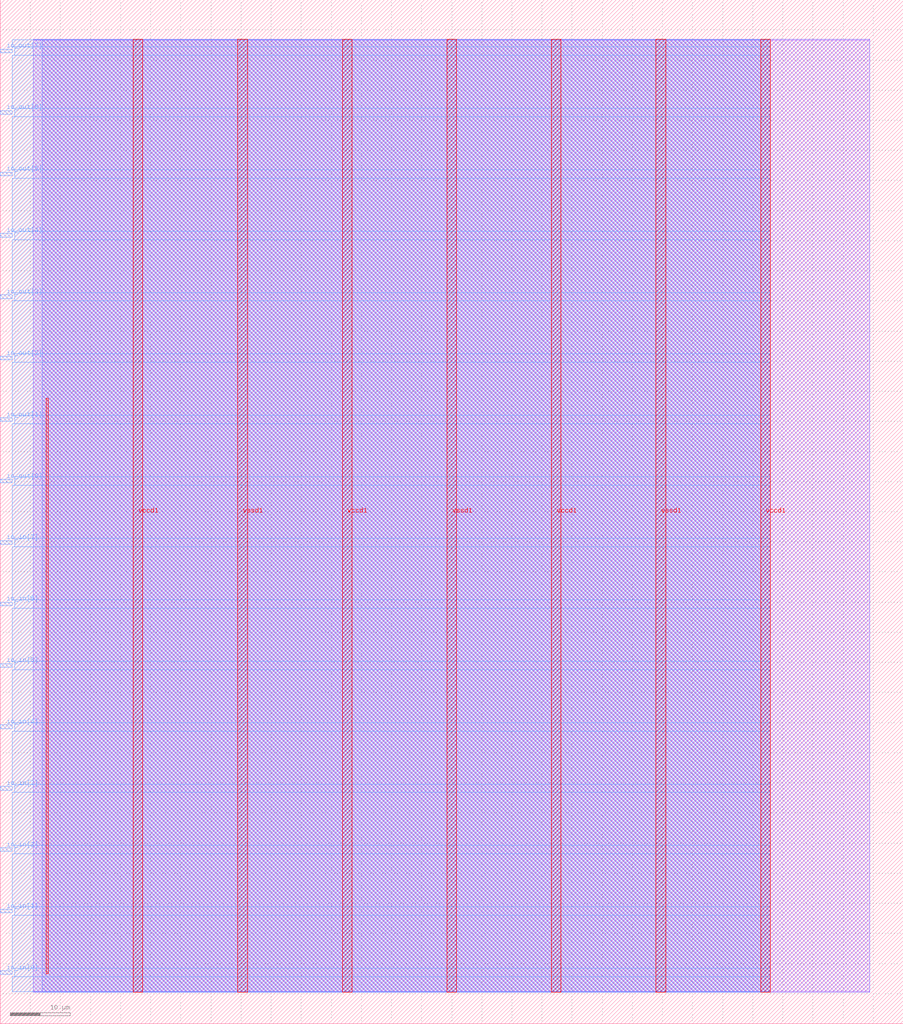
<source format=lef>
VERSION 5.7 ;
  NOWIREEXTENSIONATPIN ON ;
  DIVIDERCHAR "/" ;
  BUSBITCHARS "[]" ;
MACRO user_module_349047610915422802
  CLASS BLOCK ;
  FOREIGN user_module_349047610915422802 ;
  ORIGIN 0.000 0.000 ;
  SIZE 150.000 BY 170.000 ;
  PIN io_in[0]
    DIRECTION INPUT ;
    USE SIGNAL ;
    PORT
      LAYER met3 ;
        RECT 0.000 8.200 2.000 8.800 ;
    END
  END io_in[0]
  PIN io_in[1]
    DIRECTION INPUT ;
    USE SIGNAL ;
    PORT
      LAYER met3 ;
        RECT 0.000 18.400 2.000 19.000 ;
    END
  END io_in[1]
  PIN io_in[2]
    DIRECTION INPUT ;
    USE SIGNAL ;
    PORT
      LAYER met3 ;
        RECT 0.000 28.600 2.000 29.200 ;
    END
  END io_in[2]
  PIN io_in[3]
    DIRECTION INPUT ;
    USE SIGNAL ;
    PORT
      LAYER met3 ;
        RECT 0.000 38.800 2.000 39.400 ;
    END
  END io_in[3]
  PIN io_in[4]
    DIRECTION INPUT ;
    USE SIGNAL ;
    PORT
      LAYER met3 ;
        RECT 0.000 49.000 2.000 49.600 ;
    END
  END io_in[4]
  PIN io_in[5]
    DIRECTION INPUT ;
    USE SIGNAL ;
    PORT
      LAYER met3 ;
        RECT 0.000 59.200 2.000 59.800 ;
    END
  END io_in[5]
  PIN io_in[6]
    DIRECTION INPUT ;
    USE SIGNAL ;
    PORT
      LAYER met3 ;
        RECT 0.000 69.400 2.000 70.000 ;
    END
  END io_in[6]
  PIN io_in[7]
    DIRECTION INPUT ;
    USE SIGNAL ;
    PORT
      LAYER met3 ;
        RECT 0.000 79.600 2.000 80.200 ;
    END
  END io_in[7]
  PIN io_out[0]
    DIRECTION OUTPUT TRISTATE ;
    USE SIGNAL ;
    PORT
      LAYER met3 ;
        RECT 0.000 89.800 2.000 90.400 ;
    END
  END io_out[0]
  PIN io_out[1]
    DIRECTION OUTPUT TRISTATE ;
    USE SIGNAL ;
    PORT
      LAYER met3 ;
        RECT 0.000 100.000 2.000 100.600 ;
    END
  END io_out[1]
  PIN io_out[2]
    DIRECTION OUTPUT TRISTATE ;
    USE SIGNAL ;
    PORT
      LAYER met3 ;
        RECT 0.000 110.200 2.000 110.800 ;
    END
  END io_out[2]
  PIN io_out[3]
    DIRECTION OUTPUT TRISTATE ;
    USE SIGNAL ;
    PORT
      LAYER met3 ;
        RECT 0.000 120.400 2.000 121.000 ;
    END
  END io_out[3]
  PIN io_out[4]
    DIRECTION OUTPUT TRISTATE ;
    USE SIGNAL ;
    PORT
      LAYER met3 ;
        RECT 0.000 130.600 2.000 131.200 ;
    END
  END io_out[4]
  PIN io_out[5]
    DIRECTION OUTPUT TRISTATE ;
    USE SIGNAL ;
    PORT
      LAYER met3 ;
        RECT 0.000 140.800 2.000 141.400 ;
    END
  END io_out[5]
  PIN io_out[6]
    DIRECTION OUTPUT TRISTATE ;
    USE SIGNAL ;
    PORT
      LAYER met3 ;
        RECT 0.000 151.000 2.000 151.600 ;
    END
  END io_out[6]
  PIN io_out[7]
    DIRECTION OUTPUT TRISTATE ;
    USE SIGNAL ;
    PORT
      LAYER met3 ;
        RECT 0.000 161.200 2.000 161.800 ;
    END
  END io_out[7]
  PIN vccd1
    DIRECTION INOUT ;
    USE POWER ;
    PORT
      LAYER met4 ;
        RECT 22.090 5.200 23.690 163.440 ;
    END
    PORT
      LAYER met4 ;
        RECT 56.830 5.200 58.430 163.440 ;
    END
    PORT
      LAYER met4 ;
        RECT 91.570 5.200 93.170 163.440 ;
    END
    PORT
      LAYER met4 ;
        RECT 126.310 5.200 127.910 163.440 ;
    END
  END vccd1
  PIN vssd1
    DIRECTION INOUT ;
    USE GROUND ;
    PORT
      LAYER met4 ;
        RECT 39.460 5.200 41.060 163.440 ;
    END
    PORT
      LAYER met4 ;
        RECT 74.200 5.200 75.800 163.440 ;
    END
    PORT
      LAYER met4 ;
        RECT 108.940 5.200 110.540 163.440 ;
    END
  END vssd1
  OBS
      LAYER li1 ;
        RECT 5.520 5.355 144.440 163.285 ;
      LAYER met1 ;
        RECT 5.520 5.200 144.440 163.440 ;
      LAYER met2 ;
        RECT 6.990 5.255 127.880 163.385 ;
      LAYER met3 ;
        RECT 2.000 162.200 127.900 163.365 ;
        RECT 2.400 160.800 127.900 162.200 ;
        RECT 2.000 152.000 127.900 160.800 ;
        RECT 2.400 150.600 127.900 152.000 ;
        RECT 2.000 141.800 127.900 150.600 ;
        RECT 2.400 140.400 127.900 141.800 ;
        RECT 2.000 131.600 127.900 140.400 ;
        RECT 2.400 130.200 127.900 131.600 ;
        RECT 2.000 121.400 127.900 130.200 ;
        RECT 2.400 120.000 127.900 121.400 ;
        RECT 2.000 111.200 127.900 120.000 ;
        RECT 2.400 109.800 127.900 111.200 ;
        RECT 2.000 101.000 127.900 109.800 ;
        RECT 2.400 99.600 127.900 101.000 ;
        RECT 2.000 90.800 127.900 99.600 ;
        RECT 2.400 89.400 127.900 90.800 ;
        RECT 2.000 80.600 127.900 89.400 ;
        RECT 2.400 79.200 127.900 80.600 ;
        RECT 2.000 70.400 127.900 79.200 ;
        RECT 2.400 69.000 127.900 70.400 ;
        RECT 2.000 60.200 127.900 69.000 ;
        RECT 2.400 58.800 127.900 60.200 ;
        RECT 2.000 50.000 127.900 58.800 ;
        RECT 2.400 48.600 127.900 50.000 ;
        RECT 2.000 39.800 127.900 48.600 ;
        RECT 2.400 38.400 127.900 39.800 ;
        RECT 2.000 29.600 127.900 38.400 ;
        RECT 2.400 28.200 127.900 29.600 ;
        RECT 2.000 19.400 127.900 28.200 ;
        RECT 2.400 18.000 127.900 19.400 ;
        RECT 2.000 9.200 127.900 18.000 ;
        RECT 2.400 7.800 127.900 9.200 ;
        RECT 2.000 5.275 127.900 7.800 ;
      LAYER met4 ;
        RECT 7.655 8.335 7.985 103.865 ;
  END
END user_module_349047610915422802
END LIBRARY


</source>
